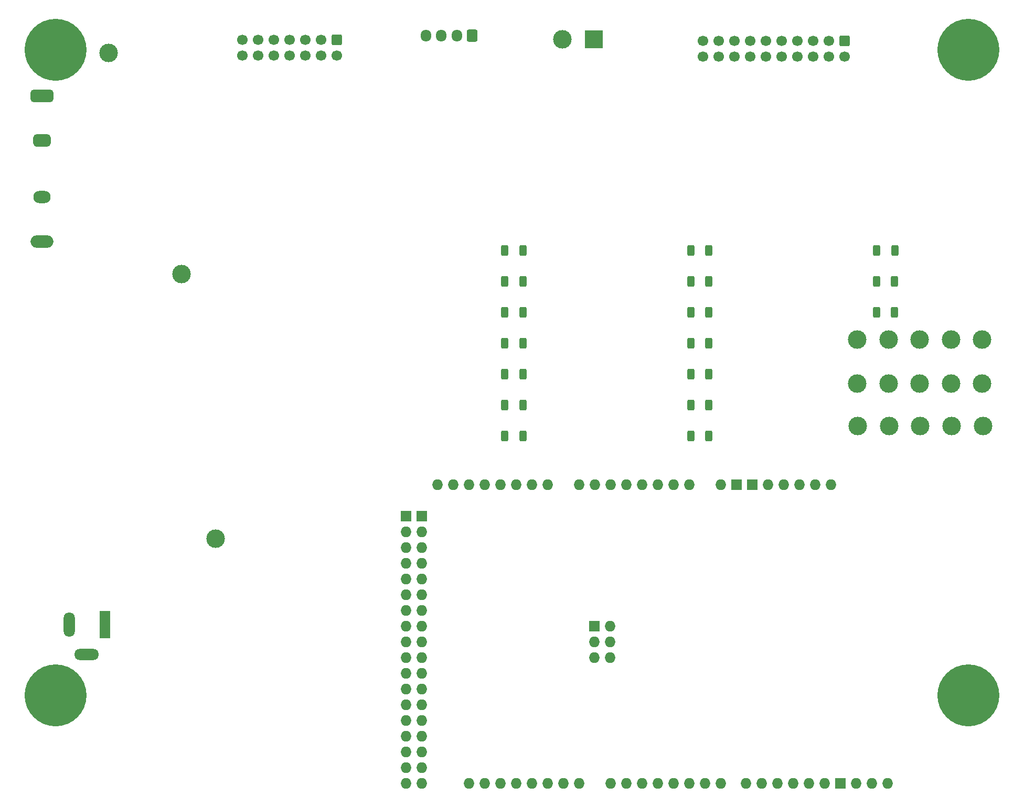
<source format=gbr>
%TF.GenerationSoftware,KiCad,Pcbnew,8.0.6*%
%TF.CreationDate,2025-01-04T02:04:51-08:00*%
%TF.ProjectId,MEP-MAXI-85V-1-REV-2-Interface-Board,4d45502d-4d41-4584-992d-3835562d312d,X1*%
%TF.SameCoordinates,Original*%
%TF.FileFunction,Soldermask,Bot*%
%TF.FilePolarity,Negative*%
%FSLAX46Y46*%
G04 Gerber Fmt 4.6, Leading zero omitted, Abs format (unit mm)*
G04 Created by KiCad (PCBNEW 8.0.6) date 2025-01-04 02:04:51*
%MOMM*%
%LPD*%
G01*
G04 APERTURE LIST*
G04 Aperture macros list*
%AMRoundRect*
0 Rectangle with rounded corners*
0 $1 Rounding radius*
0 $2 $3 $4 $5 $6 $7 $8 $9 X,Y pos of 4 corners*
0 Add a 4 corners polygon primitive as box body*
4,1,4,$2,$3,$4,$5,$6,$7,$8,$9,$2,$3,0*
0 Add four circle primitives for the rounded corners*
1,1,$1+$1,$2,$3*
1,1,$1+$1,$4,$5*
1,1,$1+$1,$6,$7*
1,1,$1+$1,$8,$9*
0 Add four rect primitives between the rounded corners*
20,1,$1+$1,$2,$3,$4,$5,0*
20,1,$1+$1,$4,$5,$6,$7,0*
20,1,$1+$1,$6,$7,$8,$9,0*
20,1,$1+$1,$8,$9,$2,$3,0*%
G04 Aperture macros list end*
%ADD10RoundRect,0.250000X0.600000X0.725000X-0.600000X0.725000X-0.600000X-0.725000X0.600000X-0.725000X0*%
%ADD11O,1.700000X1.950000*%
%ADD12C,3.000000*%
%ADD13R,1.800000X4.400000*%
%ADD14O,1.800000X4.000000*%
%ADD15O,4.000000X1.800000*%
%ADD16C,0.900000*%
%ADD17C,10.000000*%
%ADD18O,1.727200X1.727200*%
%ADD19R,1.727200X1.727200*%
%ADD20RoundRect,0.250000X-0.600000X0.600000X-0.600000X-0.600000X0.600000X-0.600000X0.600000X0.600000X0*%
%ADD21C,1.700000*%
%ADD22RoundRect,0.500000X-1.350000X0.500000X-1.350000X-0.500000X1.350000X-0.500000X1.350000X0.500000X0*%
%ADD23RoundRect,0.500000X-0.900000X0.500000X-0.900000X-0.500000X0.900000X-0.500000X0.900000X0.500000X0*%
%ADD24O,2.800000X2.000000*%
%ADD25O,3.700000X2.000000*%
%ADD26R,3.000000X3.000000*%
%ADD27RoundRect,0.250000X0.312500X0.625000X-0.312500X0.625000X-0.312500X-0.625000X0.312500X-0.625000X0*%
G04 APERTURE END LIST*
D10*
%TO.C,J408*%
X135669000Y-35680000D03*
D11*
X133169000Y-35680000D03*
X130669000Y-35680000D03*
X128169000Y-35680000D03*
%TD*%
D12*
%TO.C,TP708*%
X207869000Y-91880000D03*
%TD*%
D13*
%TO.C,J301*%
X76369000Y-130880000D03*
D14*
X70569000Y-130880000D03*
D15*
X73369000Y-135680000D03*
%TD*%
D12*
%TO.C,TP713*%
X217969000Y-84780000D03*
%TD*%
%TO.C,TP714*%
X217969000Y-91880000D03*
%TD*%
%TO.C,TP707*%
X207869000Y-84780000D03*
%TD*%
%TO.C,TP710*%
X212919000Y-84780000D03*
%TD*%
D16*
%TO.C,H103*%
X212019000Y-142280000D03*
X213117350Y-139628350D03*
X213117350Y-144931650D03*
X215769000Y-138530000D03*
D17*
X215769000Y-142280000D03*
D16*
X215769000Y-146030000D03*
X218420650Y-139628350D03*
X218420650Y-144931650D03*
X219519000Y-142280000D03*
%TD*%
D12*
%TO.C,TP716*%
X94219000Y-116930000D03*
%TD*%
D18*
%TO.C,A401*%
X193556000Y-108240000D03*
X185936000Y-108240000D03*
X183396000Y-108240000D03*
X155329000Y-136180000D03*
X127516000Y-156500000D03*
X124976000Y-156500000D03*
X170696000Y-108240000D03*
X168156000Y-108240000D03*
X165616000Y-108240000D03*
X163076000Y-108240000D03*
X160536000Y-108240000D03*
X157996000Y-108240000D03*
X155456000Y-108240000D03*
X152916000Y-108240000D03*
X147836000Y-108240000D03*
X145296000Y-108240000D03*
X142756000Y-108240000D03*
X140216000Y-108240000D03*
X197620000Y-156500000D03*
X132596000Y-108240000D03*
X130056000Y-108240000D03*
X157996000Y-156500000D03*
X160536000Y-156500000D03*
X163076000Y-156500000D03*
X165616000Y-156500000D03*
X168156000Y-156500000D03*
X170696000Y-156500000D03*
X173236000Y-156500000D03*
X175776000Y-156500000D03*
X179840000Y-156500000D03*
X182380000Y-156500000D03*
X184920000Y-156500000D03*
X187460000Y-156500000D03*
X190000000Y-156500000D03*
X192540000Y-156500000D03*
X152916000Y-156500000D03*
X150376000Y-156500000D03*
X147836000Y-156500000D03*
X145296000Y-156500000D03*
X142756000Y-156500000D03*
X140216000Y-156500000D03*
X137676000Y-156500000D03*
X135136000Y-156500000D03*
X127516000Y-153960000D03*
X124976000Y-153960000D03*
X127516000Y-151420000D03*
X124976000Y-151420000D03*
X127516000Y-148880000D03*
X124976000Y-148880000D03*
X127516000Y-146340000D03*
X124976000Y-146340000D03*
X127516000Y-143800000D03*
X124976000Y-143800000D03*
X127516000Y-141260000D03*
X124976000Y-141260000D03*
X127516000Y-138720000D03*
X124976000Y-138720000D03*
X127516000Y-136180000D03*
X124976000Y-136180000D03*
X127516000Y-133640000D03*
X124976000Y-133640000D03*
X127516000Y-131100000D03*
X124976000Y-131100000D03*
X127516000Y-128560000D03*
X124976000Y-128560000D03*
X127516000Y-126020000D03*
X124976000Y-126020000D03*
X127516000Y-123480000D03*
X124976000Y-123480000D03*
X127516000Y-120940000D03*
X124976000Y-120940000D03*
X127516000Y-118400000D03*
X124976000Y-118400000D03*
X127516000Y-115860000D03*
X124976000Y-115860000D03*
X137676000Y-108240000D03*
X135136000Y-108240000D03*
D19*
X195080000Y-156500000D03*
X180856000Y-108240000D03*
X178316000Y-108240000D03*
X155329000Y-131100000D03*
X127516000Y-113320000D03*
X124976000Y-113320000D03*
D18*
X191016000Y-108240000D03*
X157869000Y-136180000D03*
X155329000Y-133640000D03*
X188476000Y-108240000D03*
X157869000Y-131100000D03*
X157869000Y-133640000D03*
X202700000Y-156500000D03*
X200160000Y-156500000D03*
X175776000Y-108240000D03*
%TD*%
D12*
%TO.C,TP706*%
X202919000Y-98780000D03*
%TD*%
D16*
%TO.C,H104*%
X64619000Y-142280000D03*
X65717350Y-139628350D03*
X65717350Y-144931650D03*
X68369000Y-138530000D03*
D17*
X68369000Y-142280000D03*
D16*
X68369000Y-146030000D03*
X71020650Y-139628350D03*
X71020650Y-144931650D03*
X72119000Y-142280000D03*
%TD*%
D20*
%TO.C,J601*%
X195750000Y-36500000D03*
D21*
X195750000Y-39040000D03*
X193210000Y-36500000D03*
X193210000Y-39040000D03*
X190670000Y-36500000D03*
X190670000Y-39040000D03*
X188130000Y-36500000D03*
X188130000Y-39040000D03*
X185590000Y-36500000D03*
X185590000Y-39040000D03*
X183050000Y-36500000D03*
X183050000Y-39040000D03*
X180510000Y-36500000D03*
X180510000Y-39040000D03*
X177970000Y-36500000D03*
X177970000Y-39040000D03*
X175430000Y-36500000D03*
X175430000Y-39040000D03*
X172890000Y-36500000D03*
X172890000Y-39040000D03*
%TD*%
D12*
%TO.C,TP703*%
X197869000Y-98780000D03*
%TD*%
%TO.C,TP701*%
X197769000Y-84780000D03*
%TD*%
%TO.C,TP717*%
X88719000Y-74180000D03*
%TD*%
%TO.C,TP801*%
X76969000Y-38430000D03*
%TD*%
D16*
%TO.C,H101*%
X212019000Y-37980000D03*
X213117350Y-35328350D03*
X213117350Y-40631650D03*
X215769000Y-34230000D03*
D17*
X215769000Y-37980000D03*
D16*
X215769000Y-41730000D03*
X218420650Y-35328350D03*
X218420650Y-40631650D03*
X219519000Y-37980000D03*
%TD*%
D22*
%TO.C,F501*%
X66169000Y-45370000D03*
D23*
X66169000Y-52640000D03*
D24*
X66169000Y-61720000D03*
D25*
X66169000Y-68990000D03*
%TD*%
D12*
%TO.C,TP715*%
X218069000Y-98780000D03*
%TD*%
D16*
%TO.C,H102*%
X64619000Y-37980000D03*
X65717350Y-35328350D03*
X65717350Y-40631650D03*
X68369000Y-34230000D03*
D17*
X68369000Y-37980000D03*
D16*
X68369000Y-41730000D03*
X71020650Y-35328350D03*
X71020650Y-40631650D03*
X72119000Y-37980000D03*
%TD*%
D12*
%TO.C,TP704*%
X202819000Y-84780000D03*
%TD*%
%TO.C,TP709*%
X207969000Y-98780000D03*
%TD*%
%TO.C,TP702*%
X197769000Y-91880000D03*
%TD*%
D26*
%TO.C,J501*%
X155290000Y-36250000D03*
D12*
X150210000Y-36250000D03*
%TD*%
%TO.C,TP712*%
X213019000Y-98780000D03*
%TD*%
%TO.C,TP705*%
X202819000Y-91880000D03*
%TD*%
D20*
%TO.C,J201*%
X113769000Y-36380000D03*
D21*
X113769000Y-38920000D03*
X111229000Y-36380000D03*
X111229000Y-38920000D03*
X108689000Y-36380000D03*
X108689000Y-38920000D03*
X106149000Y-36380000D03*
X106149000Y-38920000D03*
X103609000Y-36380000D03*
X103609000Y-38920000D03*
X101069000Y-36380000D03*
X101069000Y-38920000D03*
X98529000Y-36380000D03*
X98529000Y-38920000D03*
%TD*%
D12*
%TO.C,TP711*%
X212919000Y-91880000D03*
%TD*%
D27*
%TO.C,R809*%
X203831500Y-80380000D03*
X200906500Y-80380000D03*
%TD*%
%TO.C,R745*%
X173832651Y-95380000D03*
X170907651Y-95380000D03*
%TD*%
%TO.C,R721*%
X143831500Y-90380000D03*
X140906500Y-90380000D03*
%TD*%
%TO.C,R736*%
X173831500Y-90380000D03*
X170906500Y-90380000D03*
%TD*%
%TO.C,R723*%
X143831500Y-100380000D03*
X140906500Y-100380000D03*
%TD*%
%TO.C,R701*%
X143831500Y-70380000D03*
X140906500Y-70380000D03*
%TD*%
%TO.C,R748*%
X203831500Y-75380000D03*
X200906500Y-75380000D03*
%TD*%
%TO.C,R747*%
X203832651Y-70375705D03*
X200907651Y-70375705D03*
%TD*%
%TO.C,R724*%
X173831500Y-70380000D03*
X170906500Y-70380000D03*
%TD*%
%TO.C,R702*%
X143831500Y-75380000D03*
X140906500Y-75380000D03*
%TD*%
%TO.C,R722*%
X143831500Y-95380000D03*
X140906500Y-95380000D03*
%TD*%
%TO.C,R725*%
X173831500Y-75380000D03*
X170906500Y-75380000D03*
%TD*%
%TO.C,R726*%
X173831500Y-80380000D03*
X170906500Y-80380000D03*
%TD*%
%TO.C,R712*%
X143831500Y-85380000D03*
X140906500Y-85380000D03*
%TD*%
%TO.C,R711*%
X143831500Y-80380000D03*
X140906500Y-80380000D03*
%TD*%
%TO.C,R735*%
X173831500Y-85380000D03*
X170906500Y-85380000D03*
%TD*%
%TO.C,R746*%
X173831500Y-100380000D03*
X170906500Y-100380000D03*
%TD*%
M02*

</source>
